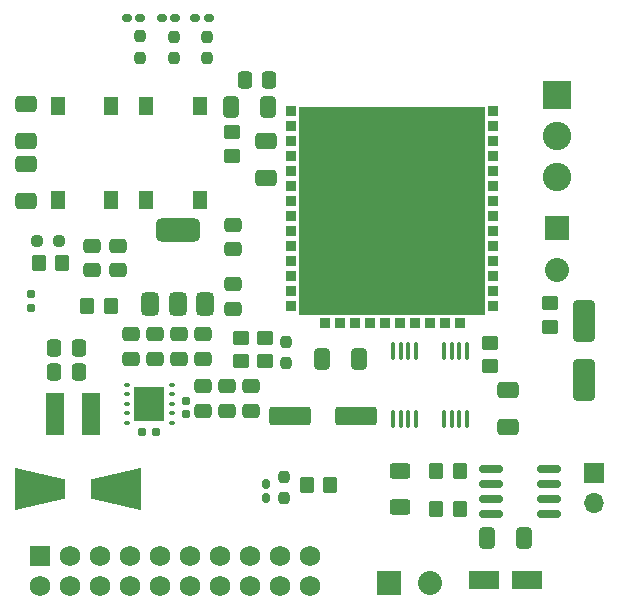
<source format=gts>
G04 #@! TF.GenerationSoftware,KiCad,Pcbnew,8.0.7*
G04 #@! TF.CreationDate,2025-07-10T22:44:40+02:00*
G04 #@! TF.ProjectId,modbus-to-x,6d6f6462-7573-42d7-946f-2d782e6b6963,rev?*
G04 #@! TF.SameCoordinates,Original*
G04 #@! TF.FileFunction,Soldermask,Top*
G04 #@! TF.FilePolarity,Negative*
%FSLAX46Y46*%
G04 Gerber Fmt 4.6, Leading zero omitted, Abs format (unit mm)*
G04 Created by KiCad (PCBNEW 8.0.7) date 2025-07-10 22:44:40*
%MOMM*%
%LPD*%
G01*
G04 APERTURE LIST*
G04 Aperture macros list*
%AMRoundRect*
0 Rectangle with rounded corners*
0 $1 Rounding radius*
0 $2 $3 $4 $5 $6 $7 $8 $9 X,Y pos of 4 corners*
0 Add a 4 corners polygon primitive as box body*
4,1,4,$2,$3,$4,$5,$6,$7,$8,$9,$2,$3,0*
0 Add four circle primitives for the rounded corners*
1,1,$1+$1,$2,$3*
1,1,$1+$1,$4,$5*
1,1,$1+$1,$6,$7*
1,1,$1+$1,$8,$9*
0 Add four rect primitives between the rounded corners*
20,1,$1+$1,$2,$3,$4,$5,0*
20,1,$1+$1,$4,$5,$6,$7,0*
20,1,$1+$1,$6,$7,$8,$9,0*
20,1,$1+$1,$8,$9,$2,$3,0*%
%AMOutline4P*
0 Free polygon, 4 corners , with rotation*
0 The origin of the aperture is its center*
0 number of corners: always 4*
0 $1 to $8 corner X, Y*
0 $9 Rotation angle, in degrees counterclockwise*
0 create outline with 4 corners*
4,1,4,$1,$2,$3,$4,$5,$6,$7,$8,$1,$2,$9*%
G04 Aperture macros list end*
%ADD10R,1.300000X1.550000*%
%ADD11RoundRect,0.160000X0.160000X-0.197500X0.160000X0.197500X-0.160000X0.197500X-0.160000X-0.197500X0*%
%ADD12R,0.838200X0.889000*%
%ADD13R,0.889000X0.838200*%
%ADD14C,0.600000*%
%ADD15R,15.798800X17.602200*%
%ADD16RoundRect,0.155000X0.155000X-0.212500X0.155000X0.212500X-0.155000X0.212500X-0.155000X-0.212500X0*%
%ADD17RoundRect,0.155000X-0.212500X-0.155000X0.212500X-0.155000X0.212500X0.155000X-0.212500X0.155000X0*%
%ADD18RoundRect,0.250000X-0.475000X0.337500X-0.475000X-0.337500X0.475000X-0.337500X0.475000X0.337500X0*%
%ADD19RoundRect,0.237500X0.237500X-0.250000X0.237500X0.250000X-0.237500X0.250000X-0.237500X-0.250000X0*%
%ADD20RoundRect,0.100000X-0.100000X0.637500X-0.100000X-0.637500X0.100000X-0.637500X0.100000X0.637500X0*%
%ADD21RoundRect,0.250000X-0.450000X0.350000X-0.450000X-0.350000X0.450000X-0.350000X0.450000X0.350000X0*%
%ADD22R,1.700000X1.700000*%
%ADD23O,1.700000X1.700000*%
%ADD24RoundRect,0.250000X0.337500X0.475000X-0.337500X0.475000X-0.337500X-0.475000X0.337500X-0.475000X0*%
%ADD25RoundRect,0.237500X-0.250000X-0.237500X0.250000X-0.237500X0.250000X0.237500X-0.250000X0.237500X0*%
%ADD26RoundRect,0.250000X-1.050000X-0.550000X1.050000X-0.550000X1.050000X0.550000X-1.050000X0.550000X0*%
%ADD27RoundRect,0.250000X-1.500000X-0.550000X1.500000X-0.550000X1.500000X0.550000X-1.500000X0.550000X0*%
%ADD28RoundRect,0.160000X-0.222500X-0.160000X0.222500X-0.160000X0.222500X0.160000X-0.222500X0.160000X0*%
%ADD29RoundRect,0.250000X0.475000X-0.337500X0.475000X0.337500X-0.475000X0.337500X-0.475000X-0.337500X0*%
%ADD30RoundRect,0.160000X0.160000X-0.222500X0.160000X0.222500X-0.160000X0.222500X-0.160000X-0.222500X0*%
%ADD31RoundRect,0.160000X0.222500X0.160000X-0.222500X0.160000X-0.222500X-0.160000X0.222500X-0.160000X0*%
%ADD32RoundRect,0.375000X0.375000X-0.625000X0.375000X0.625000X-0.375000X0.625000X-0.375000X-0.625000X0*%
%ADD33RoundRect,0.500000X1.400000X-0.500000X1.400000X0.500000X-1.400000X0.500000X-1.400000X-0.500000X0*%
%ADD34RoundRect,0.250000X0.350000X0.450000X-0.350000X0.450000X-0.350000X-0.450000X0.350000X-0.450000X0*%
%ADD35RoundRect,0.250000X-0.350000X-0.450000X0.350000X-0.450000X0.350000X0.450000X-0.350000X0.450000X0*%
%ADD36RoundRect,0.250000X-0.650000X0.412500X-0.650000X-0.412500X0.650000X-0.412500X0.650000X0.412500X0*%
%ADD37RoundRect,0.250000X-0.412500X-0.650000X0.412500X-0.650000X0.412500X0.650000X-0.412500X0.650000X0*%
%ADD38R,2.032000X2.032000*%
%ADD39C,2.032000*%
%ADD40RoundRect,0.250000X0.412500X0.650000X-0.412500X0.650000X-0.412500X-0.650000X0.412500X-0.650000X0*%
%ADD41Outline4P,-2.150000X-1.800000X2.150000X-0.800000X2.150000X0.800000X-2.150000X1.800000X180.000000*%
%ADD42Outline4P,-2.150000X-1.800000X2.150000X-0.800000X2.150000X0.800000X-2.150000X1.800000X0.000000*%
%ADD43O,0.599999X0.299999*%
%ADD44R,2.600000X2.999999*%
%ADD45C,0.499999*%
%ADD46RoundRect,0.250000X-0.650000X1.500000X-0.650000X-1.500000X0.650000X-1.500000X0.650000X1.500000X0*%
%ADD47RoundRect,0.250000X-0.625000X0.400000X-0.625000X-0.400000X0.625000X-0.400000X0.625000X0.400000X0*%
%ADD48RoundRect,0.150000X0.825000X0.150000X-0.825000X0.150000X-0.825000X-0.150000X0.825000X-0.150000X0*%
%ADD49RoundRect,0.250000X0.450000X-0.350000X0.450000X0.350000X-0.450000X0.350000X-0.450000X-0.350000X0*%
%ADD50R,1.500000X3.600000*%
%ADD51C,1.734000*%
%ADD52RoundRect,0.102000X0.765000X0.765000X-0.765000X0.765000X-0.765000X-0.765000X0.765000X-0.765000X0*%
%ADD53RoundRect,0.250000X0.650000X-0.412500X0.650000X0.412500X-0.650000X0.412500X-0.650000X-0.412500X0*%
%ADD54RoundRect,0.237500X-0.237500X0.250000X-0.237500X-0.250000X0.237500X-0.250000X0.237500X0.250000X0*%
%ADD55R,2.413000X2.413000*%
%ADD56C,2.413000*%
G04 APERTURE END LIST*
D10*
X86228700Y-98123100D03*
X86228700Y-90173100D03*
X90728700Y-98123100D03*
X90728700Y-90173100D03*
X93757700Y-98123100D03*
X93757700Y-90173100D03*
X98257700Y-98123100D03*
X98257700Y-90173100D03*
D11*
X83989600Y-107289000D03*
X83989600Y-106094000D03*
D12*
X105968800Y-90576400D03*
X105968800Y-91846400D03*
X105968800Y-93116400D03*
X105968800Y-94386400D03*
X105968800Y-95656400D03*
X105968800Y-96926400D03*
X105968800Y-98196400D03*
X105968800Y-99466400D03*
X105968800Y-100736400D03*
X105968800Y-102006400D03*
X105968800Y-103276400D03*
X105968800Y-104546400D03*
X105968800Y-105816400D03*
X105968800Y-107086400D03*
D13*
X108834700Y-108511000D03*
X110104700Y-108511000D03*
X111374700Y-108511000D03*
X112644700Y-108511000D03*
X113914700Y-108511000D03*
X115184700Y-108511000D03*
X116454700Y-108511000D03*
X117724700Y-108511000D03*
X118994700Y-108511000D03*
X120264700Y-108511000D03*
D12*
X123130600Y-107086400D03*
X123130600Y-105816400D03*
X123130600Y-104546400D03*
X123130600Y-103276400D03*
X123130600Y-102006400D03*
X123130600Y-100736400D03*
X123130600Y-99466400D03*
X123130600Y-98196400D03*
X123130600Y-96926400D03*
X123130600Y-95656400D03*
X123130600Y-94386400D03*
X123130600Y-93116400D03*
X123130600Y-91846400D03*
X123130600Y-90576400D03*
D14*
X108549700Y-90680100D03*
X108549700Y-94680100D03*
X108549700Y-98680100D03*
X108549700Y-103180100D03*
X112549700Y-90680100D03*
X112549700Y-94680100D03*
X112549700Y-98680100D03*
X112549700Y-103180100D03*
D15*
X114549700Y-99079800D03*
D14*
X116549700Y-90680100D03*
X116549700Y-94680100D03*
X116549700Y-98680100D03*
X116549700Y-103180100D03*
X120549700Y-90680100D03*
X120549700Y-94680100D03*
X120549700Y-98680100D03*
X120549700Y-103180100D03*
D16*
X97078800Y-116250600D03*
X97078800Y-115115600D03*
D17*
X94543200Y-117713100D03*
X93408200Y-117713100D03*
D18*
X89145800Y-101996400D03*
X89145800Y-104071400D03*
X100579700Y-113881600D03*
X100579700Y-115956600D03*
D19*
X96106800Y-86104100D03*
X96106800Y-84279100D03*
D20*
X120884100Y-110919800D03*
X120234100Y-110919800D03*
X119584100Y-110919800D03*
X118934100Y-110919800D03*
X118934100Y-116644800D03*
X119584100Y-116644800D03*
X120234100Y-116644800D03*
X120884100Y-116644800D03*
D21*
X127880800Y-106859900D03*
X127880800Y-108859900D03*
D22*
X131622800Y-121254600D03*
D23*
X131622800Y-123794600D03*
D18*
X102611700Y-113881600D03*
X102611700Y-115956600D03*
D24*
X88006700Y-110658100D03*
X85931700Y-110658100D03*
D25*
X84508450Y-101604450D03*
X86333450Y-101604450D03*
D26*
X122372400Y-130313500D03*
X125972400Y-130313500D03*
D27*
X105882300Y-116423900D03*
X111482300Y-116423900D03*
D20*
X116566100Y-110919800D03*
X115916100Y-110919800D03*
X115266100Y-110919800D03*
X114616100Y-110919800D03*
X114616100Y-116644800D03*
X115266100Y-116644800D03*
X115916100Y-116644800D03*
X116566100Y-116644800D03*
D28*
X95034300Y-82691600D03*
X96179300Y-82691600D03*
D19*
X105380300Y-123381600D03*
X105380300Y-121556600D03*
D29*
X94483700Y-111568600D03*
X94483700Y-109493600D03*
D30*
X103907100Y-123309300D03*
X103907100Y-122164300D03*
D31*
X93219700Y-82691500D03*
X92074700Y-82691500D03*
D32*
X94088700Y-106950100D03*
X96388700Y-106950100D03*
D33*
X96388700Y-100650100D03*
D32*
X98688700Y-106950100D03*
D34*
X90714000Y-107047100D03*
X88714000Y-107047100D03*
D19*
X98856800Y-86104100D03*
X98856800Y-84279100D03*
D35*
X118295600Y-121067900D03*
X120295600Y-121067900D03*
D29*
X98547700Y-111568600D03*
X98547700Y-109493600D03*
D36*
X103881700Y-93093600D03*
X103881700Y-96218600D03*
D19*
X93206000Y-86071600D03*
X93206000Y-84246600D03*
D37*
X108643800Y-111597900D03*
X111768800Y-111597900D03*
D38*
X114271600Y-130516700D03*
D39*
X117771600Y-130516700D03*
D38*
X128519700Y-100498100D03*
D39*
X128519700Y-103998100D03*
D18*
X101109200Y-100218400D03*
X101109200Y-102293400D03*
D21*
X122804700Y-110191500D03*
X122804700Y-112191500D03*
D40*
X104047200Y-90211100D03*
X100922200Y-90211100D03*
D36*
X83583200Y-95070600D03*
X83583200Y-98195600D03*
D35*
X107322800Y-122236300D03*
X109322800Y-122236300D03*
D41*
X91152000Y-122541100D03*
D42*
X84752000Y-122541100D03*
D43*
X95875699Y-116957099D03*
X95875699Y-116157101D03*
X95875699Y-115357100D03*
X95875699Y-114557099D03*
X95875699Y-113757101D03*
X92075701Y-113757101D03*
X92075701Y-114557099D03*
X92075701Y-115357100D03*
X92075701Y-116157101D03*
X92075701Y-116957099D03*
D44*
X93975700Y-115357100D03*
D45*
X94975701Y-115357100D03*
X93975700Y-116557100D03*
X93975700Y-115357100D03*
X93975700Y-114157100D03*
X92975702Y-115357100D03*
D29*
X101109200Y-107322600D03*
X101109200Y-105247600D03*
D46*
X130780300Y-108372100D03*
X130780300Y-113372100D03*
D47*
X115180800Y-121041900D03*
X115180800Y-124141900D03*
D37*
X122609900Y-126706700D03*
X125734900Y-126706700D03*
D48*
X127870500Y-124678900D03*
X127870500Y-123408900D03*
X127870500Y-122138900D03*
X127870500Y-120868900D03*
X122920500Y-120868900D03*
X122920500Y-122138900D03*
X122920500Y-123408900D03*
X122920500Y-124678900D03*
D49*
X103754700Y-111785100D03*
X103754700Y-109785100D03*
D21*
X100960700Y-92386100D03*
X100960700Y-94386100D03*
D29*
X96515700Y-111568600D03*
X96515700Y-109493600D03*
D35*
X118295600Y-124268300D03*
X120295600Y-124268300D03*
D28*
X97899500Y-82691600D03*
X99044500Y-82691600D03*
D50*
X89023700Y-116189100D03*
X85973700Y-116189100D03*
D49*
X101722700Y-111785100D03*
X101722700Y-109785100D03*
D24*
X104157200Y-87925100D03*
X102082200Y-87925100D03*
D29*
X92451700Y-111568600D03*
X92451700Y-109493600D03*
D18*
X98547700Y-113881600D03*
X98547700Y-115956600D03*
D51*
X107594400Y-130810000D03*
X107594400Y-128270000D03*
X105054400Y-130810000D03*
X105054400Y-128270000D03*
X102514400Y-130810000D03*
X102514400Y-128270000D03*
X99974400Y-130810000D03*
X99974400Y-128270000D03*
X97434400Y-130810000D03*
X97434400Y-128270000D03*
X94894400Y-130810000D03*
X94894400Y-128270000D03*
X92354400Y-130810000D03*
X92354400Y-128270000D03*
X89814400Y-130810000D03*
X89814400Y-128270000D03*
X87274400Y-130810000D03*
X87274400Y-128270000D03*
X84734400Y-130810000D03*
D52*
X84734400Y-128270000D03*
D53*
X124328700Y-117326000D03*
X124328700Y-114201000D03*
D54*
X105532700Y-110126600D03*
X105532700Y-111951600D03*
D18*
X91330200Y-101996400D03*
X91330200Y-104071400D03*
D55*
X128519700Y-89195100D03*
D56*
X128519700Y-92695100D03*
X128519700Y-96195100D03*
D24*
X88006700Y-112690100D03*
X85931700Y-112690100D03*
D53*
X83583200Y-93127900D03*
X83583200Y-90002900D03*
D34*
X86624150Y-103433250D03*
X84624150Y-103433250D03*
M02*

</source>
